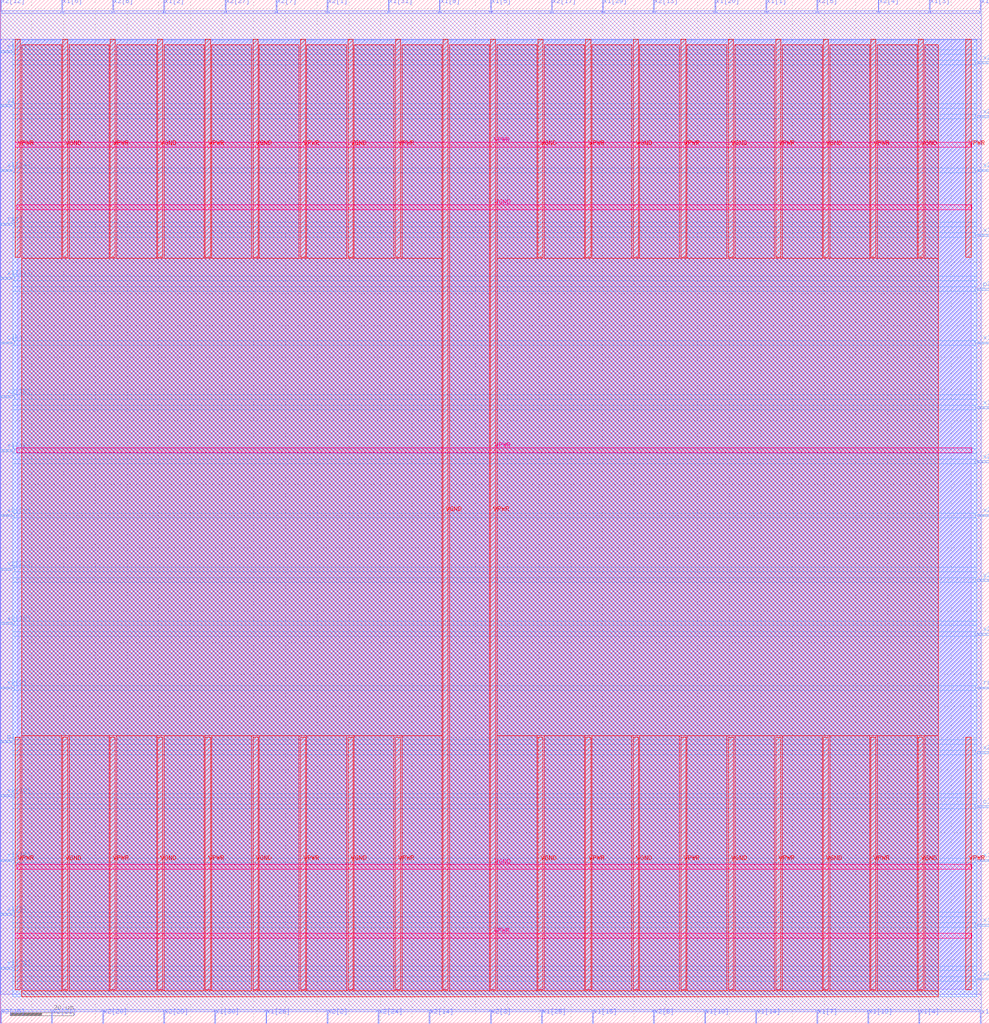
<source format=lef>
VERSION 5.7 ;
  NOWIREEXTENSIONATPIN ON ;
  DIVIDERCHAR "/" ;
  BUSBITCHARS "[]" ;
MACRO manual_macro_placement_test
  CLASS BLOCK ;
  FOREIGN manual_macro_placement_test ;
  ORIGIN 0.000 0.000 ;
  SIZE 312.060 BY 322.780 ;
  PIN VGND
    DIRECTION INOUT ;
    USE GROUND ;
    PORT
      LAYER met4 ;
        RECT 19.720 10.640 21.320 90.230 ;
    END
    PORT
      LAYER met4 ;
        RECT 19.720 241.630 21.320 310.320 ;
    END
    PORT
      LAYER met4 ;
        RECT 49.720 10.640 51.320 90.230 ;
    END
    PORT
      LAYER met4 ;
        RECT 49.720 241.630 51.320 310.320 ;
    END
    PORT
      LAYER met4 ;
        RECT 79.720 10.640 81.320 90.230 ;
    END
    PORT
      LAYER met4 ;
        RECT 79.720 241.630 81.320 310.320 ;
    END
    PORT
      LAYER met4 ;
        RECT 109.720 10.640 111.320 90.230 ;
    END
    PORT
      LAYER met4 ;
        RECT 109.720 241.630 111.320 310.320 ;
    END
    PORT
      LAYER met4 ;
        RECT 139.720 10.640 141.320 310.320 ;
    END
    PORT
      LAYER met4 ;
        RECT 169.720 10.640 171.320 90.230 ;
    END
    PORT
      LAYER met4 ;
        RECT 169.720 241.630 171.320 310.320 ;
    END
    PORT
      LAYER met4 ;
        RECT 199.720 10.640 201.320 90.230 ;
    END
    PORT
      LAYER met4 ;
        RECT 199.720 241.630 201.320 310.320 ;
    END
    PORT
      LAYER met4 ;
        RECT 229.720 10.640 231.320 90.230 ;
    END
    PORT
      LAYER met4 ;
        RECT 229.720 241.630 231.320 310.320 ;
    END
    PORT
      LAYER met4 ;
        RECT 259.720 10.640 261.320 90.230 ;
    END
    PORT
      LAYER met4 ;
        RECT 259.720 241.630 261.320 310.320 ;
    END
    PORT
      LAYER met4 ;
        RECT 289.720 10.640 291.320 90.230 ;
    END
    PORT
      LAYER met4 ;
        RECT 289.720 241.630 291.320 310.320 ;
    END
    PORT
      LAYER met5 ;
        RECT 5.280 256.500 306.600 258.100 ;
    END
    PORT
      LAYER met5 ;
        RECT 5.280 48.500 306.600 50.100 ;
    END
  END VGND
  PIN VPWR
    DIRECTION INOUT ;
    USE POWER ;
    PORT
      LAYER met4 ;
        RECT 4.720 10.640 6.320 90.230 ;
    END
    PORT
      LAYER met4 ;
        RECT 4.720 241.630 6.320 310.320 ;
    END
    PORT
      LAYER met4 ;
        RECT 34.720 10.640 36.320 90.230 ;
    END
    PORT
      LAYER met4 ;
        RECT 34.720 241.630 36.320 310.320 ;
    END
    PORT
      LAYER met4 ;
        RECT 64.720 10.640 66.320 90.230 ;
    END
    PORT
      LAYER met4 ;
        RECT 64.720 241.630 66.320 310.320 ;
    END
    PORT
      LAYER met4 ;
        RECT 94.720 10.640 96.320 90.230 ;
    END
    PORT
      LAYER met4 ;
        RECT 94.720 241.630 96.320 310.320 ;
    END
    PORT
      LAYER met4 ;
        RECT 124.720 10.640 126.320 90.230 ;
    END
    PORT
      LAYER met4 ;
        RECT 124.720 241.630 126.320 310.320 ;
    END
    PORT
      LAYER met4 ;
        RECT 154.720 10.640 156.320 310.320 ;
    END
    PORT
      LAYER met4 ;
        RECT 184.720 10.640 186.320 90.230 ;
    END
    PORT
      LAYER met4 ;
        RECT 184.720 241.630 186.320 310.320 ;
    END
    PORT
      LAYER met4 ;
        RECT 214.720 10.640 216.320 90.230 ;
    END
    PORT
      LAYER met4 ;
        RECT 214.720 241.630 216.320 310.320 ;
    END
    PORT
      LAYER met4 ;
        RECT 244.720 10.640 246.320 90.230 ;
    END
    PORT
      LAYER met4 ;
        RECT 244.720 241.630 246.320 310.320 ;
    END
    PORT
      LAYER met4 ;
        RECT 274.720 10.640 276.320 90.230 ;
    END
    PORT
      LAYER met4 ;
        RECT 274.720 241.630 276.320 310.320 ;
    END
    PORT
      LAYER met4 ;
        RECT 304.720 10.640 306.320 90.230 ;
    END
    PORT
      LAYER met4 ;
        RECT 304.720 241.630 306.320 310.320 ;
    END
    PORT
      LAYER met5 ;
        RECT 4.720 26.730 306.600 28.330 ;
    END
    PORT
      LAYER met5 ;
        RECT 5.280 179.910 306.600 181.510 ;
    END
    PORT
      LAYER met5 ;
        RECT 4.720 276.300 306.600 277.900 ;
    END
  END VPWR
  PIN clk1
    DIRECTION INPUT ;
    USE SIGNAL ;
    PORT
      LAYER met3 ;
        RECT 0.000 214.240 4.000 214.840 ;
    END
  END clk1
  PIN clk2
    DIRECTION INPUT ;
    USE SIGNAL ;
    PORT
      LAYER met3 ;
        RECT 308.060 68.040 312.060 68.640 ;
    END
  END clk2
  PIN p1
    DIRECTION OUTPUT TRISTATE ;
    USE SIGNAL ;
    PORT
      LAYER met3 ;
        RECT 0.000 88.440 4.000 89.040 ;
    END
  END p1
  PIN p2
    DIRECTION OUTPUT TRISTATE ;
    USE SIGNAL ;
    PORT
      LAYER met3 ;
        RECT 308.060 231.240 312.060 231.840 ;
    END
  END p2
  PIN rst1
    DIRECTION INPUT ;
    USE SIGNAL ;
    PORT
      LAYER met3 ;
        RECT 0.000 251.640 4.000 252.240 ;
    END
  END rst1
  PIN rst2
    DIRECTION INPUT ;
    USE SIGNAL ;
    PORT
      LAYER met3 ;
        RECT 308.060 105.440 312.060 106.040 ;
    END
  END rst2
  PIN x1[0]
    DIRECTION INPUT ;
    USE SIGNAL ;
    PORT
      LAYER met2 ;
        RECT 19.410 318.780 19.690 322.780 ;
    END
  END x1[0]
  PIN x1[10]
    DIRECTION INPUT ;
    USE SIGNAL ;
    PORT
      LAYER met2 ;
        RECT 222.270 0.000 222.550 4.000 ;
    END
  END x1[10]
  PIN x1[11]
    DIRECTION INPUT ;
    USE SIGNAL ;
    PORT
      LAYER met3 ;
        RECT 308.060 193.840 312.060 194.440 ;
    END
  END x1[11]
  PIN x1[12]
    DIRECTION INPUT ;
    USE SIGNAL ;
    PORT
      LAYER met3 ;
        RECT 0.000 180.240 4.000 180.840 ;
    END
  END x1[12]
  PIN x1[13]
    DIRECTION INPUT ;
    USE SIGNAL ;
    PORT
      LAYER met3 ;
        RECT 308.060 30.640 312.060 31.240 ;
    END
  END x1[13]
  PIN x1[14]
    DIRECTION INPUT ;
    USE SIGNAL ;
    PORT
      LAYER met2 ;
        RECT 238.370 0.000 238.650 4.000 ;
    END
  END x1[14]
  PIN x1[15]
    DIRECTION INPUT ;
    USE SIGNAL ;
    PORT
      LAYER met2 ;
        RECT 186.850 0.000 187.130 4.000 ;
    END
  END x1[15]
  PIN x1[16]
    DIRECTION INPUT ;
    USE SIGNAL ;
    PORT
      LAYER met3 ;
        RECT 0.000 51.040 4.000 51.640 ;
    END
  END x1[16]
  PIN x1[17]
    DIRECTION INPUT ;
    USE SIGNAL ;
    PORT
      LAYER met2 ;
        RECT 309.210 0.000 309.490 4.000 ;
    END
  END x1[17]
  PIN x1[18]
    DIRECTION INPUT ;
    USE SIGNAL ;
    PORT
      LAYER met3 ;
        RECT 308.060 51.040 312.060 51.640 ;
    END
  END x1[18]
  PIN x1[19]
    DIRECTION INPUT ;
    USE SIGNAL ;
    PORT
      LAYER met2 ;
        RECT 273.790 0.000 274.070 4.000 ;
    END
  END x1[19]
  PIN x1[1]
    DIRECTION INPUT ;
    USE SIGNAL ;
    PORT
      LAYER met2 ;
        RECT 241.590 318.780 241.870 322.780 ;
    END
  END x1[1]
  PIN x1[20]
    DIRECTION INPUT ;
    USE SIGNAL ;
    PORT
      LAYER met2 ;
        RECT 225.490 318.780 225.770 322.780 ;
    END
  END x1[20]
  PIN x1[21]
    DIRECTION INPUT ;
    USE SIGNAL ;
    PORT
      LAYER met3 ;
        RECT 0.000 234.640 4.000 235.240 ;
    END
  END x1[21]
  PIN x1[22]
    DIRECTION INPUT ;
    USE SIGNAL ;
    PORT
      LAYER met3 ;
        RECT 308.060 214.240 312.060 214.840 ;
    END
  END x1[22]
  PIN x1[23]
    DIRECTION INPUT ;
    USE SIGNAL ;
    PORT
      LAYER met3 ;
        RECT 308.060 248.240 312.060 248.840 ;
    END
  END x1[23]
  PIN x1[24]
    DIRECTION INPUT ;
    USE SIGNAL ;
    PORT
      LAYER met3 ;
        RECT 0.000 268.640 4.000 269.240 ;
    END
  END x1[24]
  PIN x1[25]
    DIRECTION INPUT ;
    USE SIGNAL ;
    PORT
      LAYER met2 ;
        RECT 170.750 0.000 171.030 4.000 ;
    END
  END x1[25]
  PIN x1[26]
    DIRECTION INPUT ;
    USE SIGNAL ;
    PORT
      LAYER met2 ;
        RECT 83.810 0.000 84.090 4.000 ;
    END
  END x1[26]
  PIN x1[27]
    DIRECTION INPUT ;
    USE SIGNAL ;
    PORT
      LAYER met3 ;
        RECT 0.000 306.040 4.000 306.640 ;
    END
  END x1[27]
  PIN x1[28]
    DIRECTION INPUT ;
    USE SIGNAL ;
    PORT
      LAYER met3 ;
        RECT 0.000 17.040 4.000 17.640 ;
    END
  END x1[28]
  PIN x1[29]
    DIRECTION INPUT ;
    USE SIGNAL ;
    PORT
      LAYER met2 ;
        RECT 190.070 318.780 190.350 322.780 ;
    END
  END x1[29]
  PIN x1[2]
    DIRECTION INPUT ;
    USE SIGNAL ;
    PORT
      LAYER met2 ;
        RECT 51.610 318.780 51.890 322.780 ;
    END
  END x1[2]
  PIN x1[30]
    DIRECTION INPUT ;
    USE SIGNAL ;
    PORT
      LAYER met2 ;
        RECT 67.710 0.000 67.990 4.000 ;
    END
  END x1[30]
  PIN x1[31]
    DIRECTION INPUT ;
    USE SIGNAL ;
    PORT
      LAYER met2 ;
        RECT 122.450 318.780 122.730 322.780 ;
    END
  END x1[31]
  PIN x1[3]
    DIRECTION INPUT ;
    USE SIGNAL ;
    PORT
      LAYER met2 ;
        RECT 293.110 318.780 293.390 322.780 ;
    END
  END x1[3]
  PIN x1[4]
    DIRECTION INPUT ;
    USE SIGNAL ;
    PORT
      LAYER met2 ;
        RECT 289.890 0.000 290.170 4.000 ;
    END
  END x1[4]
  PIN x1[5]
    DIRECTION INPUT ;
    USE SIGNAL ;
    PORT
      LAYER met2 ;
        RECT 154.650 318.780 154.930 322.780 ;
    END
  END x1[5]
  PIN x1[6]
    DIRECTION INPUT ;
    USE SIGNAL ;
    PORT
      LAYER met2 ;
        RECT 309.210 318.780 309.490 322.780 ;
    END
  END x1[6]
  PIN x1[7]
    DIRECTION INPUT ;
    USE SIGNAL ;
    PORT
      LAYER met2 ;
        RECT 257.690 0.000 257.970 4.000 ;
    END
  END x1[7]
  PIN x1[8]
    DIRECTION INPUT ;
    USE SIGNAL ;
    PORT
      LAYER met2 ;
        RECT 138.550 318.780 138.830 322.780 ;
    END
  END x1[8]
  PIN x1[9]
    DIRECTION INPUT ;
    USE SIGNAL ;
    PORT
      LAYER met3 ;
        RECT 0.000 34.040 4.000 34.640 ;
    END
  END x1[9]
  PIN x2[0]
    DIRECTION INPUT ;
    USE SIGNAL ;
    PORT
      LAYER met3 ;
        RECT 308.060 85.040 312.060 85.640 ;
    END
  END x2[0]
  PIN x2[10]
    DIRECTION INPUT ;
    USE SIGNAL ;
    PORT
      LAYER met3 ;
        RECT 0.000 71.440 4.000 72.040 ;
    END
  END x2[10]
  PIN x2[11]
    DIRECTION INPUT ;
    USE SIGNAL ;
    PORT
      LAYER met3 ;
        RECT 308.060 122.440 312.060 123.040 ;
    END
  END x2[11]
  PIN x2[12]
    DIRECTION INPUT ;
    USE SIGNAL ;
    PORT
      LAYER met2 ;
        RECT 0.090 318.780 0.370 322.780 ;
    END
  END x2[12]
  PIN x2[13]
    DIRECTION INPUT ;
    USE SIGNAL ;
    PORT
      LAYER met2 ;
        RECT 206.170 318.780 206.450 322.780 ;
    END
  END x2[13]
  PIN x2[14]
    DIRECTION INPUT ;
    USE SIGNAL ;
    PORT
      LAYER met2 ;
        RECT 135.330 0.000 135.610 4.000 ;
    END
  END x2[14]
  PIN x2[15]
    DIRECTION INPUT ;
    USE SIGNAL ;
    PORT
      LAYER met2 ;
        RECT 0.090 0.000 0.370 4.000 ;
    END
  END x2[15]
  PIN x2[16]
    DIRECTION INPUT ;
    USE SIGNAL ;
    PORT
      LAYER met3 ;
        RECT 0.000 197.240 4.000 197.840 ;
    END
  END x2[16]
  PIN x2[17]
    DIRECTION INPUT ;
    USE SIGNAL ;
    PORT
      LAYER met2 ;
        RECT 173.970 318.780 174.250 322.780 ;
    END
  END x2[17]
  PIN x2[18]
    DIRECTION INPUT ;
    USE SIGNAL ;
    PORT
      LAYER met3 ;
        RECT 0.000 125.840 4.000 126.440 ;
    END
  END x2[18]
  PIN x2[19]
    DIRECTION INPUT ;
    USE SIGNAL ;
    PORT
      LAYER met3 ;
        RECT 308.060 302.640 312.060 303.240 ;
    END
  END x2[19]
  PIN x2[1]
    DIRECTION INPUT ;
    USE SIGNAL ;
    PORT
      LAYER met2 ;
        RECT 103.130 318.780 103.410 322.780 ;
    END
  END x2[1]
  PIN x2[20]
    DIRECTION INPUT ;
    USE SIGNAL ;
    PORT
      LAYER met2 ;
        RECT 32.290 0.000 32.570 4.000 ;
    END
  END x2[20]
  PIN x2[21]
    DIRECTION INPUT ;
    USE SIGNAL ;
    PORT
      LAYER met2 ;
        RECT 16.190 0.000 16.470 4.000 ;
    END
  END x2[21]
  PIN x2[22]
    DIRECTION INPUT ;
    USE SIGNAL ;
    PORT
      LAYER met3 ;
        RECT 308.060 285.640 312.060 286.240 ;
    END
  END x2[22]
  PIN x2[23]
    DIRECTION INPUT ;
    USE SIGNAL ;
    PORT
      LAYER met3 ;
        RECT 0.000 142.840 4.000 143.440 ;
    END
  END x2[23]
  PIN x2[24]
    DIRECTION INPUT ;
    USE SIGNAL ;
    PORT
      LAYER met2 ;
        RECT 119.230 0.000 119.510 4.000 ;
    END
  END x2[24]
  PIN x2[25]
    DIRECTION INPUT ;
    USE SIGNAL ;
    PORT
      LAYER met3 ;
        RECT 308.060 268.640 312.060 269.240 ;
    END
  END x2[25]
  PIN x2[26]
    DIRECTION INPUT ;
    USE SIGNAL ;
    PORT
      LAYER met3 ;
        RECT 308.060 13.640 312.060 14.240 ;
    END
  END x2[26]
  PIN x2[27]
    DIRECTION INPUT ;
    USE SIGNAL ;
    PORT
      LAYER met2 ;
        RECT 70.930 318.780 71.210 322.780 ;
    END
  END x2[27]
  PIN x2[28]
    DIRECTION INPUT ;
    USE SIGNAL ;
    PORT
      LAYER met3 ;
        RECT 308.060 159.840 312.060 160.440 ;
    END
  END x2[28]
  PIN x2[29]
    DIRECTION INPUT ;
    USE SIGNAL ;
    PORT
      LAYER met2 ;
        RECT 51.610 0.000 51.890 4.000 ;
    END
  END x2[29]
  PIN x2[2]
    DIRECTION INPUT ;
    USE SIGNAL ;
    PORT
      LAYER met2 ;
        RECT 103.130 0.000 103.410 4.000 ;
    END
  END x2[2]
  PIN x2[30]
    DIRECTION INPUT ;
    USE SIGNAL ;
    PORT
      LAYER met3 ;
        RECT 0.000 159.840 4.000 160.440 ;
    END
  END x2[30]
  PIN x2[31]
    DIRECTION INPUT ;
    USE SIGNAL ;
    PORT
      LAYER met3 ;
        RECT 308.060 176.840 312.060 177.440 ;
    END
  END x2[31]
  PIN x2[3]
    DIRECTION INPUT ;
    USE SIGNAL ;
    PORT
      LAYER met2 ;
        RECT 154.650 0.000 154.930 4.000 ;
    END
  END x2[3]
  PIN x2[4]
    DIRECTION INPUT ;
    USE SIGNAL ;
    PORT
      LAYER met2 ;
        RECT 277.010 318.780 277.290 322.780 ;
    END
  END x2[4]
  PIN x2[5]
    DIRECTION INPUT ;
    USE SIGNAL ;
    PORT
      LAYER met2 ;
        RECT 257.690 318.780 257.970 322.780 ;
    END
  END x2[5]
  PIN x2[6]
    DIRECTION INPUT ;
    USE SIGNAL ;
    PORT
      LAYER met2 ;
        RECT 35.510 318.780 35.790 322.780 ;
    END
  END x2[6]
  PIN x2[7]
    DIRECTION INPUT ;
    USE SIGNAL ;
    PORT
      LAYER met2 ;
        RECT 87.030 318.780 87.310 322.780 ;
    END
  END x2[7]
  PIN x2[8]
    DIRECTION INPUT ;
    USE SIGNAL ;
    PORT
      LAYER met2 ;
        RECT 206.170 0.000 206.450 4.000 ;
    END
  END x2[8]
  PIN x2[9]
    DIRECTION INPUT ;
    USE SIGNAL ;
    PORT
      LAYER met3 ;
        RECT 0.000 105.440 4.000 106.040 ;
    END
  END x2[9]
  PIN y1
    DIRECTION INPUT ;
    USE SIGNAL ;
    PORT
      LAYER met3 ;
        RECT 0.000 289.040 4.000 289.640 ;
    END
  END y1
  PIN y2
    DIRECTION INPUT ;
    USE SIGNAL ;
    PORT
      LAYER met3 ;
        RECT 308.060 139.440 312.060 140.040 ;
    END
  END y2
  OBS
      LAYER li1 ;
        RECT 5.520 10.795 306.360 310.165 ;
      LAYER met1 ;
        RECT 0.070 9.220 309.510 310.320 ;
      LAYER met2 ;
        RECT 0.650 318.500 19.130 319.330 ;
        RECT 19.970 318.500 35.230 319.330 ;
        RECT 36.070 318.500 51.330 319.330 ;
        RECT 52.170 318.500 70.650 319.330 ;
        RECT 71.490 318.500 86.750 319.330 ;
        RECT 87.590 318.500 102.850 319.330 ;
        RECT 103.690 318.500 122.170 319.330 ;
        RECT 123.010 318.500 138.270 319.330 ;
        RECT 139.110 318.500 154.370 319.330 ;
        RECT 155.210 318.500 173.690 319.330 ;
        RECT 174.530 318.500 189.790 319.330 ;
        RECT 190.630 318.500 205.890 319.330 ;
        RECT 206.730 318.500 225.210 319.330 ;
        RECT 226.050 318.500 241.310 319.330 ;
        RECT 242.150 318.500 257.410 319.330 ;
        RECT 258.250 318.500 276.730 319.330 ;
        RECT 277.570 318.500 292.830 319.330 ;
        RECT 293.670 318.500 308.930 319.330 ;
        RECT 0.100 4.280 309.480 318.500 ;
        RECT 0.650 3.670 15.910 4.280 ;
        RECT 16.750 3.670 32.010 4.280 ;
        RECT 32.850 3.670 51.330 4.280 ;
        RECT 52.170 3.670 67.430 4.280 ;
        RECT 68.270 3.670 83.530 4.280 ;
        RECT 84.370 3.670 102.850 4.280 ;
        RECT 103.690 3.670 118.950 4.280 ;
        RECT 119.790 3.670 135.050 4.280 ;
        RECT 135.890 3.670 154.370 4.280 ;
        RECT 155.210 3.670 170.470 4.280 ;
        RECT 171.310 3.670 186.570 4.280 ;
        RECT 187.410 3.670 205.890 4.280 ;
        RECT 206.730 3.670 221.990 4.280 ;
        RECT 222.830 3.670 238.090 4.280 ;
        RECT 238.930 3.670 257.410 4.280 ;
        RECT 258.250 3.670 273.510 4.280 ;
        RECT 274.350 3.670 289.610 4.280 ;
        RECT 290.450 3.670 308.930 4.280 ;
      LAYER met3 ;
        RECT 3.990 307.040 308.060 310.245 ;
        RECT 4.400 305.640 308.060 307.040 ;
        RECT 3.990 303.640 308.060 305.640 ;
        RECT 3.990 302.240 307.660 303.640 ;
        RECT 3.990 290.040 308.060 302.240 ;
        RECT 4.400 288.640 308.060 290.040 ;
        RECT 3.990 286.640 308.060 288.640 ;
        RECT 3.990 285.240 307.660 286.640 ;
        RECT 3.990 269.640 308.060 285.240 ;
        RECT 4.400 268.240 307.660 269.640 ;
        RECT 3.990 252.640 308.060 268.240 ;
        RECT 4.400 251.240 308.060 252.640 ;
        RECT 3.990 249.240 308.060 251.240 ;
        RECT 3.990 247.840 307.660 249.240 ;
        RECT 3.990 235.640 308.060 247.840 ;
        RECT 4.400 234.240 308.060 235.640 ;
        RECT 3.990 232.240 308.060 234.240 ;
        RECT 3.990 230.840 307.660 232.240 ;
        RECT 3.990 215.240 308.060 230.840 ;
        RECT 4.400 213.840 307.660 215.240 ;
        RECT 3.990 198.240 308.060 213.840 ;
        RECT 4.400 196.840 308.060 198.240 ;
        RECT 3.990 194.840 308.060 196.840 ;
        RECT 3.990 193.440 307.660 194.840 ;
        RECT 3.990 181.240 308.060 193.440 ;
        RECT 4.400 179.840 308.060 181.240 ;
        RECT 3.990 177.840 308.060 179.840 ;
        RECT 3.990 176.440 307.660 177.840 ;
        RECT 3.990 160.840 308.060 176.440 ;
        RECT 4.400 159.440 307.660 160.840 ;
        RECT 3.990 143.840 308.060 159.440 ;
        RECT 4.400 142.440 308.060 143.840 ;
        RECT 3.990 140.440 308.060 142.440 ;
        RECT 3.990 139.040 307.660 140.440 ;
        RECT 3.990 126.840 308.060 139.040 ;
        RECT 4.400 125.440 308.060 126.840 ;
        RECT 3.990 123.440 308.060 125.440 ;
        RECT 3.990 122.040 307.660 123.440 ;
        RECT 3.990 106.440 308.060 122.040 ;
        RECT 4.400 105.040 307.660 106.440 ;
        RECT 3.990 89.440 308.060 105.040 ;
        RECT 4.400 88.040 308.060 89.440 ;
        RECT 3.990 86.040 308.060 88.040 ;
        RECT 3.990 84.640 307.660 86.040 ;
        RECT 3.990 72.440 308.060 84.640 ;
        RECT 4.400 71.040 308.060 72.440 ;
        RECT 3.990 69.040 308.060 71.040 ;
        RECT 3.990 67.640 307.660 69.040 ;
        RECT 3.990 52.040 308.060 67.640 ;
        RECT 4.400 50.640 307.660 52.040 ;
        RECT 3.990 35.040 308.060 50.640 ;
        RECT 4.400 33.640 308.060 35.040 ;
        RECT 3.990 31.640 308.060 33.640 ;
        RECT 3.990 30.240 307.660 31.640 ;
        RECT 3.990 18.040 308.060 30.240 ;
        RECT 4.400 16.640 308.060 18.040 ;
        RECT 3.990 14.640 308.060 16.640 ;
        RECT 3.990 13.240 307.660 14.640 ;
        RECT 3.990 8.335 308.060 13.240 ;
      LAYER met4 ;
        RECT 6.735 241.230 19.320 308.545 ;
        RECT 21.720 241.230 34.320 308.545 ;
        RECT 36.720 241.230 49.320 308.545 ;
        RECT 51.720 241.230 64.320 308.545 ;
        RECT 66.720 241.230 79.320 308.545 ;
        RECT 81.720 241.230 94.320 308.545 ;
        RECT 96.720 241.230 109.320 308.545 ;
        RECT 111.720 241.230 124.320 308.545 ;
        RECT 126.720 241.230 139.320 308.545 ;
        RECT 6.735 90.630 139.320 241.230 ;
        RECT 6.735 10.240 19.320 90.630 ;
        RECT 21.720 10.240 34.320 90.630 ;
        RECT 36.720 10.240 49.320 90.630 ;
        RECT 51.720 10.240 64.320 90.630 ;
        RECT 66.720 10.240 79.320 90.630 ;
        RECT 81.720 10.240 94.320 90.630 ;
        RECT 96.720 10.240 109.320 90.630 ;
        RECT 111.720 10.240 124.320 90.630 ;
        RECT 126.720 10.240 139.320 90.630 ;
        RECT 141.720 10.240 154.320 308.545 ;
        RECT 156.720 241.230 169.320 308.545 ;
        RECT 171.720 241.230 184.320 308.545 ;
        RECT 186.720 241.230 199.320 308.545 ;
        RECT 201.720 241.230 214.320 308.545 ;
        RECT 216.720 241.230 229.320 308.545 ;
        RECT 231.720 241.230 244.320 308.545 ;
        RECT 246.720 241.230 259.320 308.545 ;
        RECT 261.720 241.230 274.320 308.545 ;
        RECT 276.720 241.230 289.320 308.545 ;
        RECT 291.720 241.230 295.945 308.545 ;
        RECT 156.720 90.630 295.945 241.230 ;
        RECT 156.720 10.240 169.320 90.630 ;
        RECT 171.720 10.240 184.320 90.630 ;
        RECT 186.720 10.240 199.320 90.630 ;
        RECT 201.720 10.240 214.320 90.630 ;
        RECT 216.720 10.240 229.320 90.630 ;
        RECT 231.720 10.240 244.320 90.630 ;
        RECT 246.720 10.240 259.320 90.630 ;
        RECT 261.720 10.240 274.320 90.630 ;
        RECT 276.720 10.240 289.320 90.630 ;
        RECT 291.720 10.240 295.945 90.630 ;
        RECT 6.735 8.335 295.945 10.240 ;
  END
END manual_macro_placement_test
END LIBRARY


</source>
